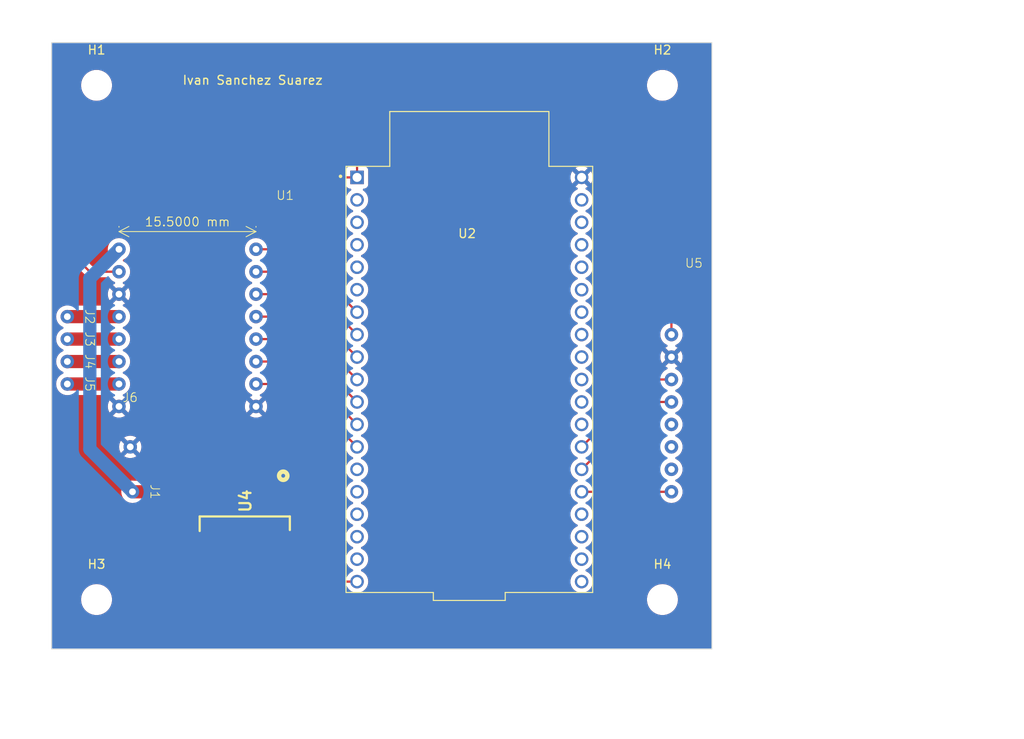
<source format=kicad_pcb>
(kicad_pcb (version 20221018) (generator pcbnew)
  (layers (0 "F.Cu" signal) (31 "B.Cu" signal) (34 "B.Paste" user) (35 "F.Paste" user) (36 "B.SilkS" user "B.Silkscreen") (37 "F.SilkS" user "F.Silkscreen") (38 "B.Mask" user) (39 "F.Mask" user) (44 "Edge.Cuts" user))
  (net 0 "")
  (net 1 "Net-(J2-Pin_1)")
  (net 2 "GND")
  (net 3 "Net-(J3-Pin_1)")
  (net 4 "Net-(J5-Pin_1)")
  (net 5 "Net-(J4-Pin_1)")
  (net 16 "Net-(U2-EXT_5V)")
  (net 21 "Net-(U2-IO2)")
  (net 22 "Net-(U2-IO0)")
  (net 23 "Net-(U2-IO4)")
  (net 32 "Net-(J1-Pin_1)")
  (net 39 "Net-(U1-VCC)")
  (net 40 "Net-(U1-PWMB)")
  (net 41 "Net-(U1-BIN2)")
  (net 42 "Net-(U1-BIN1)")
  (net 43 "Net-(U1-STBY)")
  (net 44 "Net-(U1-AIN1)")
  (net 45 "Net-(U1-AIN2)")
  (net 46 "Net-(U1-PWMA)")
  (footprint "driver:driver" (layer "F.Cu") (at 138.43 81.788)
    (fp_text reference "U1" (at 3.296 -6.096 unlocked) (layer "F.SilkS") (effects (font (thickness 0.1))))
    (fp_text value "~")
    (dimension (type aligned) (layer "F.SilkS") (pts (xy 122.93 79.788) (xy 138.43 79.788)) (height 0) (gr_text "15,5000 mm" (at 130.68 78.688) (layer "F.SilkS") (effects (font (size 1 1) (thickness 0.1)))) (format (prefix "") (suffix "") (units 3) (units_format 1) (precision 4)) (style (thickness 0.1) (arrow_length 1.27) (text_position_mode 0) (extension_height 0.58642) (extension_offset 0.5) keep_text_aligned))
    (pad "1" thru_hole circle (at 0 0) (size 1.524 1.524) (drill 0.762) (layers "*.Cu" "*.Mask") (net 46 "Net-(U1-PWMA)"))
    (pad "2" thru_hole circle (at 0 2.54) (size 1.524 1.524) (drill 0.762) (layers "*.Cu" "*.Mask") (net 45 "Net-(U1-AIN2)"))
    (pad "3" thru_hole circle (at 0 5.08) (size 1.524 1.524) (drill 0.762) (layers "*.Cu" "*.Mask") (net 44 "Net-(U1-AIN1)"))
    (pad "4" thru_hole circle (at 0 7.62) (size 1.524 1.524) (drill 0.762) (layers "*.Cu" "*.Mask") (net 43 "Net-(U1-STBY)"))
    (pad "5" thru_hole circle (at 0 10.16) (size 1.524 1.524) (drill 0.762) (layers "*.Cu" "*.Mask") (net 42 "Net-(U1-BIN1)"))
    (pad "6" thru_hole circle (at 0 12.7) (size 1.524 1.524) (drill 0.762) (layers "*.Cu" "*.Mask") (net 41 "Net-(U1-BIN2)"))
    (pad "7" thru_hole circle (at 0 15.24) (size 1.524 1.524) (drill 0.762) (layers "*.Cu" "*.Mask") (net 40 "Net-(U1-PWMB)"))
    (pad "8" thru_hole circle (at 0 17.78) (size 1.524 1.524) (drill 0.762) (layers "*.Cu" "*.Mask") (net 2 "GND"))
    (pad "9" thru_hole circle (at -15.5 0) (size 1.524 1.524) (drill 0.762) (layers "*.Cu" "*.Mask") (net 32 "Net-(J1-Pin_1)"))
    (pad "10" thru_hole circle (at -15.5 2.54) (size 1.524 1.524) (drill 0.762) (layers "*.Cu" "*.Mask") (net 39 "Net-(U1-VCC)"))
    (pad "11" thru_hole circle (at -15.5 5.08) (size 1.524 1.524) (drill 0.762) (layers "*.Cu" "*.Mask") (net 2 "GND"))
    (pad "12" thru_hole circle (at -15.5 7.62) (size 1.524 1.524) (drill 0.762) (layers "*.Cu" "*.Mask") (net 1 "Net-(J2-Pin_1)"))
    (pad "13" thru_hole circle (at -15.5 10.16) (size 1.524 1.524) (drill 0.762) (layers "*.Cu" "*.Mask") (net 3 "Net-(J3-Pin_1)"))
    (pad "14" thru_hole circle (at -15.5 12.7) (size 1.524 1.524) (drill 0.762) (layers "*.Cu" "*.Mask") (net 5 "Net-(J4-Pin_1)"))
    (pad "15" thru_hole circle (at -15.5 15.24) (size 1.524 1.524) (drill 0.762) (layers "*.Cu" "*.Mask") (net 4 "Net-(J5-Pin_1)"))
    (pad "16" thru_hole circle (at -15.5 17.78) (size 1.524 1.524) (drill 0.762) (layers "*.Cu" "*.Mask") (net 2 "GND"))
  )
  (footprint "hole_conec:1_524" (layer "F.Cu") (at 122.168 91.948 -90)
    (fp_text reference "J3" (at 0 2.54 -90 unlocked) (layer "F.SilkS") (effects (font (thickness 0.1))))
    (fp_text value "Conn_01x01_Pin" hide)
    (pad "1" thru_hole circle (at 0 5.08 270) (size 1.524 1.524) (drill 0.762) (layers "*.Cu" "*.Mask") (net 3 "Net-(J3-Pin_1)"))
  )
  (footprint "ESP32-DEVKITC (1):MODULE_ESP32-DEVKITC" (layer "F.Cu") (at 162.56 96.51)
    (fp_text reference "U2" (at -0.254 -16.5) (layer "F.SilkS"))
    (fp_text value "ESP32-DEVKITC")
    (fp_line (start -13.95 -24.1) (end -13.95 24.1) (stroke (width 0.127)) (layer "F.SilkS"))
    (fp_line (start -13.95 24.1) (end -4.07 24.1) (stroke (width 0.127)) (layer "F.SilkS"))
    (fp_line (start -9 -30.3) (end 9 -30.3) (stroke (width 0.127)) (layer "F.SilkS"))
    (fp_line (start -9 -24.1) (end -13.95 -24.1) (stroke (width 0.127)) (layer "F.SilkS"))
    (fp_line (start -9 -24.1) (end -9 -30.3) (stroke (width 0.127)) (layer "F.SilkS"))
    (fp_line (start -4.07 24.1) (end -4.07 25) (stroke (width 0.127)) (layer "F.SilkS"))
    (fp_line (start -4.07 25) (end 4.06 25) (stroke (width 0.127)) (layer "F.SilkS"))
    (fp_line (start 4.06 24.1) (end 13.95 24.1) (stroke (width 0.127)) (layer "F.SilkS"))
    (fp_line (start 4.06 25) (end 4.06 24.1) (stroke (width 0.127)) (layer "F.SilkS"))
    (fp_line (start 9 -30.3) (end 9 -24.1) (stroke (width 0.127)) (layer "F.SilkS"))
    (fp_line (start 13.95 -24.1) (end 9 -24.1) (stroke (width 0.127)) (layer "F.SilkS"))
    (fp_line (start 13.95 24.1) (end 13.95 -24.1) (stroke (width 0.127)) (layer "F.SilkS"))
    (fp_circle (center -14.57 -22.97) (end -14.47 -22.97) (stroke (width 0.2)) (fill none) (layer "F.SilkS"))
    (pad "1" thru_hole rect (at -12.7 -22.85) (size 1.53 1.53) (drill 1.02) (layers "*.Cu" "*.Mask") (net 39 "Net-(U1-VCC)"))
    (pad "2" thru_hole circle (at -12.7 -20.31) (size 1.53 1.53) (drill 1.02) (layers "*.Cu" "*.Mask"))
    (pad "3" thru_hole circle (at -12.7 -17.77) (size 1.53 1.53) (drill 1.02) (layers "*.Cu" "*.Mask"))
    (pad "4" thru_hole circle (at -12.7 -15.23) (size 1.53 1.53) (drill 1.02) (layers "*.Cu" "*.Mask"))
    (pad "5" thru_hole circle (at -12.7 -12.69) (size 1.53 1.53) (drill 1.02) (layers "*.Cu" "*.Mask"))
    (pad "6" thru_hole circle (at -12.7 -10.15) (size 1.53 1.53) (drill 1.02) (layers "*.Cu" "*.Mask"))
    (pad "7" thru_hole circle (at -12.7 -7.61) (size 1.53 1.53) (drill 1.02) (layers "*.Cu" "*.Mask") (net 46 "Net-(U1-PWMA)"))
    (pad "8" thru_hole circle (at -12.7 -5.07) (size 1.53 1.53) (drill 1.02) (layers "*.Cu" "*.Mask") (net 45 "Net-(U1-AIN2)"))
    (pad "9" thru_hole circle (at -12.7 -2.53) (size 1.53 1.53) (drill 1.02) (layers "*.Cu" "*.Mask") (net 44 "Net-(U1-AIN1)"))
    (pad "10" thru_hole circle (at -12.7 0.01) (size 1.53 1.53) (drill 1.02) (layers "*.Cu" "*.Mask") (net 43 "Net-(U1-STBY)"))
    (pad "11" thru_hole circle (at -12.7 2.55) (size 1.53 1.53) (drill 1.02) (layers "*.Cu" "*.Mask") (net 42 "Net-(U1-BIN1)"))
    (pad "12" thru_hole circle (at -12.7 5.09) (size 1.53 1.53) (drill 1.02) (layers "*.Cu" "*.Mask") (net 41 "Net-(U1-BIN2)"))
    (pad "13" thru_hole circle (at -12.7 7.63) (size 1.53 1.53) (drill 1.02) (layers "*.Cu" "*.Mask") (net 40 "Net-(U1-PWMB)"))
    (pad "14" thru_hole circle (at -12.7 10.17) (size 1.53 1.53) (drill 1.02) (layers "*.Cu" "*.Mask"))
    (pad "15" thru_hole circle (at -12.7 12.71) (size 1.53 1.53) (drill 1.02) (layers "*.Cu" "*.Mask"))
    (pad "16" thru_hole circle (at -12.7 15.25) (size 1.53 1.53) (drill 1.02) (layers "*.Cu" "*.Mask"))
    (pad "17" thru_hole circle (at -12.7 17.79) (size 1.53 1.53) (drill 1.02) (layers "*.Cu" "*.Mask"))
    (pad "18" thru_hole circle (at -12.7 20.33) (size 1.53 1.53) (drill 1.02) (layers "*.Cu" "*.Mask"))
    (pad "19" thru_hole circle (at -12.7 22.87) (size 1.53 1.53) (drill 1.02) (layers "*.Cu" "*.Mask") (net 16 "Net-(U2-EXT_5V)"))
    (pad "20" thru_hole circle (at 12.7 22.87) (size 1.53 1.53) (drill 1.02) (layers "*.Cu" "*.Mask"))
    (pad "21" thru_hole circle (at 12.7 20.33) (size 1.53 1.53) (drill 1.02) (layers "*.Cu" "*.Mask"))
    (pad "22" thru_hole circle (at 12.7 17.79) (size 1.53 1.53) (drill 1.02) (layers "*.Cu" "*.Mask"))
    (pad "23" thru_hole circle (at 12.7 15.25) (size 1.53 1.53) (drill 1.02) (layers "*.Cu" "*.Mask"))
    (pad "24" thru_hole circle (at 12.7 12.71) (size 1.53 1.53) (drill 1.02) (layers "*.Cu" "*.Mask") (net 21 "Net-(U2-IO2)"))
    (pad "25" thru_hole circle (at 12.7 10.17) (size 1.53 1.53) (drill 1.02) (layers "*.Cu" "*.Mask") (net 22 "Net-(U2-IO0)"))
    (pad "26" thru_hole circle (at 12.7 7.63) (size 1.53 1.53) (drill 1.02) (layers "*.Cu" "*.Mask") (net 23 "Net-(U2-IO4)"))
    (pad "27" thru_hole circle (at 12.7 5.09) (size 1.53 1.53) (drill 1.02) (layers "*.Cu" "*.Mask"))
    (pad "28" thru_hole circle (at 12.7 2.55) (size 1.53 1.53) (drill 1.02) (layers "*.Cu" "*.Mask"))
    (pad "29" thru_hole circle (at 12.7 0.01) (size 1.53 1.53) (drill 1.02) (layers "*.Cu" "*.Mask"))
    (pad "30" thru_hole circle (at 12.7 -2.53) (size 1.53 1.53) (drill 1.02) (layers "*.Cu" "*.Mask"))
    (pad "31" thru_hole circle (at 12.7 -5.07) (size 1.53 1.53) (drill 1.02) (layers "*.Cu" "*.Mask"))
    (pad "32" thru_hole circle (at 12.7 -7.61) (size 1.53 1.53) (drill 1.02) (layers "*.Cu" "*.Mask"))
    (pad "33" thru_hole circle (at 12.7 -10.15) (size 1.53 1.53) (drill 1.02) (layers "*.Cu" "*.Mask"))
    (pad "34" thru_hole circle (at 12.7 -12.69) (size 1.53 1.53) (drill 1.02) (layers "*.Cu" "*.Mask"))
    (pad "35" thru_hole circle (at 12.7 -15.23) (size 1.53 1.53) (drill 1.02) (layers "*.Cu" "*.Mask"))
    (pad "36" thru_hole circle (at 12.7 -17.77) (size 1.53 1.53) (drill 1.02) (layers "*.Cu" "*.Mask"))
    (pad "37" thru_hole circle (at 12.7 -20.31) (size 1.53 1.53) (drill 1.02) (layers "*.Cu" "*.Mask"))
    (pad "38" thru_hole circle (at 12.7 -22.85) (size 1.53 1.53) (drill 1.02) (layers "*.Cu" "*.Mask") (net 2 "GND"))
  )
  (footprint "MountingHole:MountingHole_3mm" (layer "F.Cu") (at 184.404 121.412)
    (fp_text reference "H4" (at 0 -4) (layer "F.SilkS"))
    (fp_text value "MountingHole")
    (pad "" np_thru_hole circle (at 0 0) (size 3 3) (drill 3) (layers "*.Cu" "*.Mask"))
  )
  (footprint "MountingHole:MountingHole_3mm" (layer "F.Cu") (at 120.396 121.412)
    (fp_text reference "H3" (at 0 -4) (layer "F.SilkS"))
    (fp_text value "MountingHole")
    (pad "" np_thru_hole circle (at 0 0) (size 3 3) (drill 3) (layers "*.Cu" "*.Mask"))
  )
  (footprint "hole_conec:1_524" (layer "F.Cu") (at 124.206 99.06)
    (fp_text reference "J6" (at 0 -0.5 unlocked) (layer "F.SilkS") (effects (font (thickness 0.1))))
    (fp_text value "Conn_01x01_Pin" hide)
    (pad "1" thru_hole circle (at 0 5.08) (size 1.524 1.524) (drill 0.762) (layers "*.Cu" "*.Mask") (net 2 "GND"))
  )
  (footprint "hole_conec:1_524" (layer "F.Cu") (at 122.168 94.488 -90)
    (fp_text reference "J4" (at 0 2.54 -90 unlocked) (layer "F.SilkS") (effects (font (thickness 0.1))))
    (fp_text value "Conn_01x01_Pin" hide)
    (pad "1" thru_hole circle (at 0 5.08 270) (size 1.524 1.524) (drill 0.762) (layers "*.Cu" "*.Mask") (net 5 "Net-(J4-Pin_1)"))
  )
  (footprint "MountingHole:MountingHole_3mm" (layer "F.Cu") (at 184.404 63.246)
    (fp_text reference "H2" (at 0 -4) (layer "F.SilkS"))
    (fp_text value "MountingHole")
    (pad "" np_thru_hole circle (at 0 0) (size 3 3) (drill 3) (layers "*.Cu" "*.Mask"))
  )
  (footprint "hole_conec:1_524" (layer "F.Cu") (at 122.168 89.408 -90)
    (fp_text reference "J2" (at 0 2.54 -90 unlocked) (layer "F.SilkS") (effects (font (thickness 0.1))))
    (fp_text value "Conn_01x01_Pin" hide)
    (pad "1" thru_hole circle (at 0 5.08 270) (size 1.524 1.524) (drill 0.762) (layers "*.Cu" "*.Mask") (net 1 "Net-(J2-Pin_1)"))
  )
  (footprint "hole_conec:1_524" (layer "F.Cu") (at 122.168 97.028 -90)
    (fp_text reference "J5" (at 0 2.54 -90 unlocked) (layer "F.SilkS") (effects (font (thickness 0.1))))
    (fp_text value "Conn_01x01_Pin" hide)
    (pad "1" thru_hole circle (at 0 5.08 270) (size 1.524 1.524) (drill 0.762) (layers "*.Cu" "*.Mask") (net 4 "Net-(J5-Pin_1)"))
  )
  (footprint "hole_conec:1_524" (layer "F.Cu") (at 129.54 109.22 -90)
    (fp_text reference "J1" (at 0 2.54 -90 unlocked) (layer "F.SilkS") (effects (font (thickness 0.1))))
    (fp_text value "Conn_01x01_Pin" hide)
    (pad "1" thru_hole circle (at 0 5.08 270) (size 1.524 1.524) (drill 0.762) (layers "*.Cu" "*.Mask") (net 32 "Net-(J1-Pin_1)"))
  )
  (footprint "7805:D2PAK-STB35NF10T4" (layer "F.Cu") (at 132.06 112.009 90)
    (fp_text reference "U4" (at 1.753 5.174 90) (layer "F.SilkS") (effects (font (size 1.27 1.27) (thickness 0.254))))
    (fp_text value "L78L05_SO8" hide)
    (fp_line (start 0 0) (end -1.644 0) (stroke (width 0.254)) (layer "F.SilkS"))
    (fp_line (start 0 0) (end 0 10.2) (stroke (width 0.254)) (layer "F.SilkS"))
    (fp_line (start 0 10.2) (end -1.535 10.2) (stroke (width 0.254)) (layer "F.SilkS"))
    (fp_circle (center 4.603 9.449) (end 4.603 9.668) (stroke (width 0.5)) (fill none) (layer "F.SilkS"))
    (pad "1" smd rect (at 2.904 7.64 180) (size 1.6 3.5) (layers "F.Cu" "F.Paste" "F.Mask") (net 16 "Net-(U2-EXT_5V)"))
    (pad "3" smd rect (at 2.904 2.56 180) (size 1.6 3.5) (layers "F.Cu" "F.Paste" "F.Mask") (net 32 "Net-(J1-Pin_1)"))
    (pad "4" smd rect (at -7.371 5.1 90) (size 9.75 12.2) (layers "F.Cu" "F.Paste" "F.Mask") (net 2 "GND"))
  )
  (footprint "MountingHole:MountingHole_3mm" (layer "F.Cu") (at 120.396 63.246)
    (fp_text reference "H1" (at 0 -4) (layer "F.SilkS"))
    (fp_text value "MountingHole")
    (pad "" np_thru_hole circle (at 0 0) (size 3 3) (drill 3) (layers "*.Cu" "*.Mask"))
  )
  (footprint "MPU:MPU" (layer "F.Cu") (at 187.96 99.06)
    (fp_text reference "U5" (at 0 -15.7 unlocked) (layer "F.SilkS") (effects (font (thickness 0.1))))
    (fp_text value "~")
    (pad "1" thru_hole circle (at -2.54 -7.62) (size 1.524 1.524) (drill 0.762) (layers "*.Cu" "*.Mask") (net 39 "Net-(U1-VCC)"))
    (pad "2" thru_hole circle (at -2.54 -5.08) (size 1.524 1.524) (drill 0.762) (layers "*.Cu" "*.Mask") (net 2 "GND"))
    (pad "3" thru_hole circle (at -2.54 -2.54) (size 1.524 1.524) (drill 0.762) (layers "*.Cu" "*.Mask") (net 23 "Net-(U2-IO4)"))
    (pad "4" thru_hole circle (at -2.54 0) (size 1.524 1.524) (drill 0.762) (layers "*.Cu" "*.Mask") (net 22 "Net-(U2-IO0)"))
    (pad "5" thru_hole circle (at -2.54 2.54) (size 1.524 1.524) (drill 0.762) (layers "*.Cu" "*.Mask"))
    (pad "6" thru_hole circle (at -2.54 5.08) (size 1.524 1.524) (drill 0.762) (layers "*.Cu" "*.Mask"))
    (pad "7" thru_hole circle (at -2.54 7.62) (size 1.524 1.524) (drill 0.762) (layers "*.Cu" "*.Mask"))
    (pad "8" thru_hole circle (at -2.54 10.16) (size 1.524 1.524) (drill 0.762) (layers "*.Cu" "*.Mask") (net 21 "Net-(U2-IO2)"))
  )
  (gr_rect (start 115.316 58.42) (end 189.992 127) (stroke (width 0.1)) (fill none) (layer "Edge.Cuts"))
  (gr_text "Ivan Sanchez Suarez " (at 130.048 63.246) (layer "F.SilkS") (effects (font (size 1 1)) (justify left bottom)))
  (segment (start 117.294 89.408) (end 117.088 89.202) (width 0.25) (layer "F.Cu") (net 1))
  (segment (start 117.088 89.408) (end 122.93 89.408) (width 1.4943) (layer "F.Cu") (net 1))
  (segment (start 117.088 91.948) (end 122.93 91.948) (width 1.4943) (layer "F.Cu") (net 3))
  (segment (start 117.31 91.948) (end 117.088 91.726) (width 0.25) (layer "F.Cu") (net 3))
  (segment (start 117.088 97.028) (end 122.93 97.028) (width 1.4943) (layer "F.Cu") (net 4))
  (segment (start 117.326 94.488) (end 117.088 94.25) (width 0.25) (layer "F.Cu") (net 5))
  (segment (start 117.088 94.488) (end 122.93 94.488) (width 1.4943) (layer "F.Cu") (net 5))
  (segment (start 147.32 119.38) (end 149.86 119.38) (width 0.25) (layer "F.Cu") (net 16))
  (segment (start 144.78 114.185) (end 144.78 116.84) (width 0.25) (layer "F.Cu") (net 16))
  (segment (start 144.78 116.84) (end 147.32 119.38) (width 0.25) (layer "F.Cu") (net 16))
  (segment (start 139.7 109.105) (end 144.78 114.185) (width 0.25) (layer "F.Cu") (net 16))
  (segment (start 175.26 109.22) (end 185.42 109.22) (width 0.25) (layer "F.Cu") (net 21))
  (segment (start 182.88 99.06) (end 175.26 106.68) (width 0.25) (layer "F.Cu") (net 22))
  (segment (start 185.42 99.06) (end 182.88 99.06) (width 0.25) (layer "F.Cu") (net 22))
  (segment (start 185.42 96.52) (end 182.88 96.52) (width 0.25) (layer "F.Cu") (net 23))
  (segment (start 182.88 96.52) (end 175.26 104.14) (width 0.25) (layer "F.Cu") (net 23))
  (segment (start 124.46 109.22) (end 134.505 109.22) (width 1.4943) (layer "F.Cu") (net 32))
  (segment (start 134.505 109.22) (end 134.62 109.105) (width 1.4943) (layer "F.Cu") (net 32))
  (segment (start 124.575 109.105) (end 124.46 109.22) (width 0.25) (layer "F.Cu") (net 32))
  (segment (start 119.634 85.084) (end 119.634 104.394) (width 1.4943) (layer "B.Cu") (net 32))
  (segment (start 119.634 104.394) (end 124.46 109.22) (width 1.4943) (layer "B.Cu") (net 32))
  (segment (start 122.93 81.788) (end 119.634 85.084) (width 1.4943) (layer "B.Cu") (net 32))
  (segment (start 122.93 84.328) (end 119.634 84.328) (width 0.25) (layer "F.Cu") (net 39))
  (segment (start 118.364 79.502) (end 124.206 73.66) (width 0.25) (layer "F.Cu") (net 39))
  (segment (start 149.86 67.31) (end 153.162 64.008) (width 0.25) (layer "F.Cu") (net 39))
  (segment (start 171.958 64.008) (end 185.42 77.47) (width 0.25) (layer "F.Cu") (net 39))
  (segment (start 153.162 64.008) (end 171.958 64.008) (width 0.25) (layer "F.Cu") (net 39))
  (segment (start 118.364 83.058) (end 118.364 79.502) (width 0.25) (layer "F.Cu") (net 39))
  (segment (start 124.206 73.66) (end 131.064 73.66) (width 0.25) (layer "F.Cu") (net 39))
  (segment (start 131.064 73.66) (end 149.86 73.66) (width 0.25) (layer "F.Cu") (net 39))
  (segment (start 185.42 77.47) (end 185.42 91.44) (width 0.25) (layer "F.Cu") (net 39))
  (segment (start 149.86 73.66) (end 149.86 67.31) (width 0.25) (layer "F.Cu") (net 39))
  (segment (start 119.634 84.328) (end 118.364 83.058) (width 0.25) (layer "F.Cu") (net 39))
  (segment (start 142.748 97.028) (end 149.86 104.14) (width 0.25) (layer "F.Cu") (net 40))
  (segment (start 138.43 97.028) (end 142.748 97.028) (width 0.25) (layer "F.Cu") (net 40))
  (segment (start 149.86 103.632) (end 149.86 104.14) (width 0.25) (layer "F.Cu") (net 40))
  (segment (start 138.43 94.488) (end 142.748 94.488) (width 0.25) (layer "F.Cu") (net 41))
  (segment (start 149.86 101.092) (end 149.86 101.6) (width 0.25) (layer "F.Cu") (net 41))
  (segment (start 142.748 94.488) (end 149.86 101.6) (width 0.25) (layer "F.Cu") (net 41))
  (segment (start 138.43 91.948) (end 142.748 91.948) (width 0.25) (layer "F.Cu") (net 42))
  (segment (start 142.748 91.948) (end 149.86 99.06) (width 0.25) (layer "F.Cu") (net 42))
  (segment (start 149.86 98.552) (end 149.86 99.06) (width 0.25) (layer "F.Cu") (net 42))
  (segment (start 149.86 96.012) (end 149.86 96.52) (width 0.25) (layer "F.Cu") (net 43))
  (segment (start 142.748 89.408) (end 149.86 96.52) (width 0.25) (layer "F.Cu") (net 43))
  (segment (start 138.43 89.408) (end 142.748 89.408) (width 0.25) (layer "F.Cu") (net 43))
  (segment (start 138.43 86.868) (end 142.748 86.868) (width 0.25) (layer "F.Cu") (net 44))
  (segment (start 142.748 86.868) (end 149.86 93.98) (width 0.25) (layer "F.Cu") (net 44))
  (segment (start 149.86 93.472) (end 149.86 93.98) (width 0.25) (layer "F.Cu") (net 44))
  (segment (start 149.86 90.932) (end 149.86 91.44) (width 0.25) (layer "F.Cu") (net 45))
  (segment (start 142.748 84.328) (end 149.86 91.44) (width 0.25) (layer "F.Cu") (net 45))
  (segment (start 138.43 84.328) (end 142.748 84.328) (width 0.25) (layer "F.Cu") (net 45))
  (segment (start 142.748 81.788) (end 149.86 88.9) (width 0.25) (layer "F.Cu") (net 46))
  (segment (start 138.43 81.788) (end 142.748 81.788) (width 0.25) (layer "F.Cu") (net 46))
  (segment (start 149.86 88.392) (end 149.86 88.9) (width 0.25) (layer "F.Cu") (net 46))
  (zone (net 2) (net_name "GND") (layers "F&B.Cu") (connect_pads (clearance 0.5)) (min_thickness 0.25) (fill yes (thermal_gap 0.5) (thermal_bridge_width 0.5))
    (polygon (pts (xy 109.982 55.626) (xy 110.236 135.382) (xy 225.044 137.16) (xy 225.298 53.594) (xy 109.474 53.594) (xy 109.474 57.15) (xy 109.982 55.88)))
  )
)
</source>
